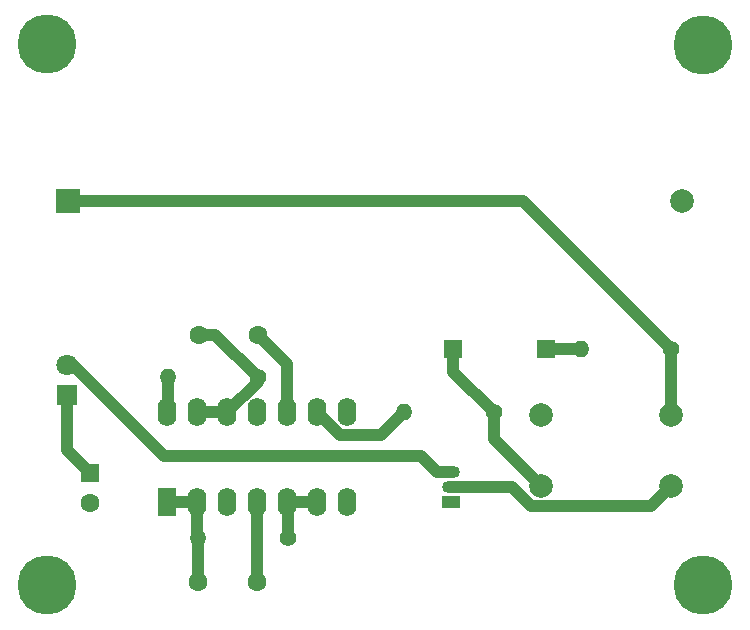
<source format=gbr>
%TF.GenerationSoftware,KiCad,Pcbnew,(5.1.6)-1*%
%TF.CreationDate,2021-01-22T22:51:17+01:00*%
%TF.ProjectId,LEDFlasher,4c454446-6c61-4736-9865-722e6b696361,v 0.3*%
%TF.SameCoordinates,Original*%
%TF.FileFunction,Copper,L1,Top*%
%TF.FilePolarity,Positive*%
%FSLAX46Y46*%
G04 Gerber Fmt 4.6, Leading zero omitted, Abs format (unit mm)*
G04 Created by KiCad (PCBNEW (5.1.6)-1) date 2021-01-22 22:51:17*
%MOMM*%
%LPD*%
G01*
G04 APERTURE LIST*
%TA.AperFunction,ComponentPad*%
%ADD10C,5.000000*%
%TD*%
%TA.AperFunction,ComponentPad*%
%ADD11C,2.000000*%
%TD*%
%TA.AperFunction,ComponentPad*%
%ADD12R,2.000000X2.000000*%
%TD*%
%TA.AperFunction,ComponentPad*%
%ADD13C,1.600000*%
%TD*%
%TA.AperFunction,ComponentPad*%
%ADD14R,1.600000X1.600000*%
%TD*%
%TA.AperFunction,ComponentPad*%
%ADD15R,1.800000X1.800000*%
%TD*%
%TA.AperFunction,ComponentPad*%
%ADD16C,1.800000*%
%TD*%
%TA.AperFunction,ComponentPad*%
%ADD17O,1.500000X1.050000*%
%TD*%
%TA.AperFunction,ComponentPad*%
%ADD18R,1.500000X1.050000*%
%TD*%
%TA.AperFunction,ComponentPad*%
%ADD19C,1.400000*%
%TD*%
%TA.AperFunction,ComponentPad*%
%ADD20O,1.400000X1.400000*%
%TD*%
%TA.AperFunction,SMDPad,CuDef*%
%ADD21R,1.500000X1.500000*%
%TD*%
%TA.AperFunction,ComponentPad*%
%ADD22R,1.600000X2.400000*%
%TD*%
%TA.AperFunction,ComponentPad*%
%ADD23O,1.600000X2.400000*%
%TD*%
%TA.AperFunction,Conductor*%
%ADD24C,1.000000*%
%TD*%
G04 APERTURE END LIST*
D10*
%TO.P,H3,1*%
%TO.N,N/C*%
X158623000Y-113284000D03*
%TD*%
%TO.P,H4,1*%
%TO.N,N/C*%
X103124000Y-113284000D03*
%TD*%
%TO.P,H2,1*%
%TO.N,N/C*%
X158623000Y-67564000D03*
%TD*%
%TO.P,H1,1*%
%TO.N,N/C*%
X103124000Y-67437000D03*
%TD*%
D11*
%TO.P,BT1,2*%
%TO.N,GND*%
X156845000Y-80772000D03*
D12*
%TO.P,BT1,1*%
%TO.N,Net-(BT1-Pad1)*%
X104855000Y-80772000D03*
%TD*%
D13*
%TO.P,C1,2*%
%TO.N,Net-(C1-Pad2)*%
X115872260Y-112994440D03*
%TO.P,C1,1*%
%TO.N,Net-(C1-Pad1)*%
X120872260Y-112994440D03*
%TD*%
%TO.P,C2,1*%
%TO.N,Net-(C2-Pad1)*%
X120940840Y-92041980D03*
%TO.P,C2,2*%
%TO.N,Net-(C2-Pad2)*%
X115940840Y-92041980D03*
%TD*%
D14*
%TO.P,C3,1*%
%TO.N,Net-(C3-Pad1)*%
X106735880Y-103769160D03*
D13*
%TO.P,C3,2*%
%TO.N,GND*%
X106735880Y-106269160D03*
%TD*%
D15*
%TO.P,D1,1*%
%TO.N,Net-(C3-Pad1)*%
X104772460Y-97149920D03*
D16*
%TO.P,D1,2*%
%TO.N,Net-(D1-Pad2)*%
X104772460Y-94609920D03*
%TD*%
D17*
%TO.P,Q1,2*%
%TO.N,Net-(Q1-Pad2)*%
X137287000Y-104955340D03*
%TO.P,Q1,3*%
%TO.N,Net-(D1-Pad2)*%
X137287000Y-103685340D03*
D18*
%TO.P,Q1,1*%
%TO.N,GND*%
X137287000Y-106225340D03*
%TD*%
D19*
%TO.P,R1,1*%
%TO.N,Net-(R1-Pad1)*%
X123482100Y-109260640D03*
D20*
%TO.P,R1,2*%
%TO.N,Net-(C1-Pad2)*%
X115862100Y-109260640D03*
%TD*%
D19*
%TO.P,R2,1*%
%TO.N,Net-(C2-Pad2)*%
X120929400Y-95633540D03*
D20*
%TO.P,R2,2*%
%TO.N,Net-(C3-Pad1)*%
X113309400Y-95633540D03*
%TD*%
%TO.P,R3,2*%
%TO.N,Net-(R3-Pad2)*%
X133281420Y-98572320D03*
D19*
%TO.P,R3,1*%
%TO.N,Net-(R3-Pad1)*%
X140901420Y-98572320D03*
%TD*%
D20*
%TO.P,R4,2*%
%TO.N,Net-(R4-Pad2)*%
X148277580Y-93245940D03*
D19*
%TO.P,R4,1*%
%TO.N,Net-(BT1-Pad1)*%
X155897580Y-93245940D03*
%TD*%
D21*
%TO.P,SW1,1*%
%TO.N,Net-(R4-Pad2)*%
X145305780Y-93256100D03*
%TO.P,SW1,2*%
%TO.N,Net-(R3-Pad1)*%
X137505780Y-93256100D03*
%TD*%
D11*
%TO.P,T1,1*%
%TO.N,Net-(R3-Pad1)*%
X144907740Y-104871520D03*
%TO.P,T1,2*%
%TO.N,Net-(Q1-Pad2)*%
X155907740Y-104871520D03*
%TO.P,T1,3*%
%TO.N,Net-(D1-Pad2)*%
X144907740Y-98871520D03*
%TO.P,T1,4*%
%TO.N,Net-(BT1-Pad1)*%
X155907740Y-98871520D03*
%TD*%
D22*
%TO.P,U1,1*%
%TO.N,Net-(C1-Pad2)*%
X113284000Y-106225340D03*
D23*
%TO.P,U1,8*%
%TO.N,Net-(C1-Pad1)*%
X128524000Y-98605340D03*
%TO.P,U1,2*%
%TO.N,Net-(C1-Pad2)*%
X115824000Y-106225340D03*
%TO.P,U1,9*%
%TO.N,Net-(R3-Pad2)*%
X125984000Y-98605340D03*
%TO.P,U1,3*%
%TO.N,Net-(R1-Pad1)*%
X118364000Y-106225340D03*
%TO.P,U1,10*%
%TO.N,Net-(C2-Pad1)*%
X123444000Y-98605340D03*
%TO.P,U1,4*%
%TO.N,Net-(C1-Pad1)*%
X120904000Y-106225340D03*
%TO.P,U1,11*%
%TO.N,Net-(R3-Pad2)*%
X120904000Y-98605340D03*
%TO.P,U1,5*%
%TO.N,Net-(R1-Pad1)*%
X123444000Y-106225340D03*
%TO.P,U1,12*%
%TO.N,Net-(C2-Pad2)*%
X118364000Y-98605340D03*
%TO.P,U1,6*%
%TO.N,Net-(R1-Pad1)*%
X125984000Y-106225340D03*
%TO.P,U1,13*%
%TO.N,Net-(C2-Pad2)*%
X115824000Y-98605340D03*
%TO.P,U1,7*%
%TO.N,GND*%
X128524000Y-106225340D03*
%TO.P,U1,14*%
%TO.N,Net-(C3-Pad1)*%
X113284000Y-98605340D03*
%TD*%
D24*
%TO.N,Net-(BT1-Pad1)*%
X155907740Y-93256100D02*
X155897580Y-93245940D01*
X155907740Y-98871520D02*
X155907740Y-93256100D01*
X143423640Y-80772000D02*
X155897580Y-93245940D01*
X104855000Y-80772000D02*
X143423640Y-80772000D01*
%TO.N,Net-(C1-Pad1)*%
X120872260Y-106257080D02*
X120904000Y-106225340D01*
X120872260Y-112994440D02*
X120872260Y-106257080D01*
%TO.N,Net-(C1-Pad2)*%
X113284000Y-106225340D02*
X115824000Y-106225340D01*
X115824000Y-109222540D02*
X115862100Y-109260640D01*
X115824000Y-106225340D02*
X115824000Y-109222540D01*
X115862100Y-112984280D02*
X115872260Y-112994440D01*
X115862100Y-109260640D02*
X115862100Y-112984280D01*
%TO.N,Net-(C2-Pad2)*%
X115824000Y-98605340D02*
X118364000Y-98605340D01*
X120929400Y-96039940D02*
X118364000Y-98605340D01*
X120929400Y-95633540D02*
X120929400Y-96039940D01*
X117337840Y-92041980D02*
X120929400Y-95633540D01*
X115940840Y-92041980D02*
X117337840Y-92041980D01*
%TO.N,Net-(C2-Pad1)*%
X123444000Y-94545140D02*
X120940840Y-92041980D01*
X123444000Y-98605340D02*
X123444000Y-94545140D01*
%TO.N,Net-(C3-Pad1)*%
X104772460Y-101805740D02*
X106735880Y-103769160D01*
X104772460Y-97149920D02*
X104772460Y-101805740D01*
X113309400Y-98579940D02*
X113284000Y-98605340D01*
X113309400Y-95633540D02*
X113309400Y-98579940D01*
%TO.N,Net-(D1-Pad2)*%
X137287000Y-103685340D02*
X136080500Y-103685340D01*
X136080500Y-103685340D02*
X134747000Y-102351840D01*
X105292462Y-94609920D02*
X104772460Y-94609920D01*
X113034382Y-102351840D02*
X105292462Y-94609920D01*
X134747000Y-102351840D02*
X113034382Y-102351840D01*
%TO.N,Net-(Q1-Pad2)*%
X154207739Y-106571521D02*
X155907740Y-104871520D01*
X144091739Y-106571521D02*
X154207739Y-106571521D01*
X142475558Y-104955340D02*
X144091739Y-106571521D01*
X137287000Y-104955340D02*
X142475558Y-104955340D01*
%TO.N,Net-(R1-Pad1)*%
X123444000Y-106225340D02*
X125984000Y-106225340D01*
X123482100Y-106263440D02*
X123444000Y-106225340D01*
X123482100Y-109260640D02*
X123482100Y-106263440D01*
%TO.N,Net-(R3-Pad1)*%
X137505780Y-95176680D02*
X140901420Y-98572320D01*
X137505780Y-93256100D02*
X137505780Y-95176680D01*
X140901420Y-100865200D02*
X144907740Y-104871520D01*
X140901420Y-98572320D02*
X140901420Y-100865200D01*
%TO.N,Net-(R3-Pad2)*%
X127884010Y-100505350D02*
X125984000Y-98605340D01*
X131348390Y-100505350D02*
X127884010Y-100505350D01*
X133281420Y-98572320D02*
X131348390Y-100505350D01*
%TO.N,Net-(R4-Pad2)*%
X145315940Y-93245940D02*
X145305780Y-93256100D01*
X148277580Y-93245940D02*
X145315940Y-93245940D01*
%TD*%
M02*

</source>
